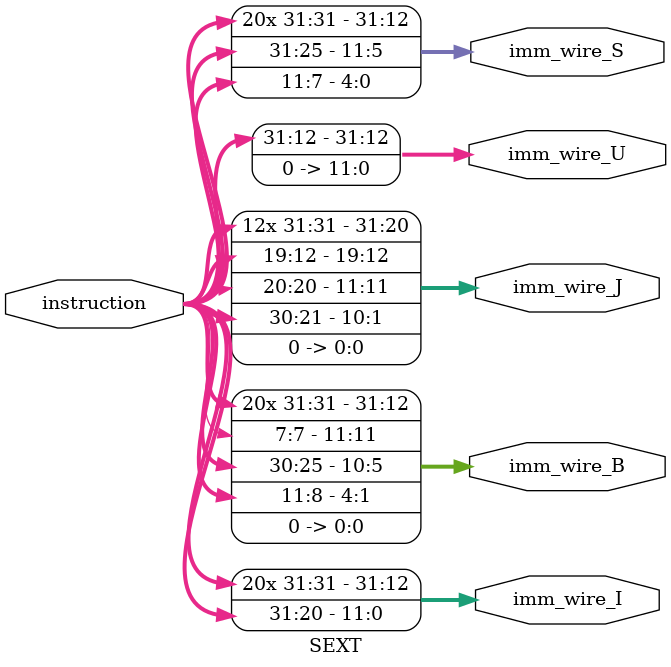
<source format=v>
`timescale 1ns / 1ps
module SEXT(
    input [31:0]instruction,
    output [31:0]imm_wire_I,
    output [31:0]imm_wire_B,
    output [31:0]imm_wire_J,
    output [31:0]imm_wire_U,
    output [31:0]imm_wire_S
    );
    assign imm_wire_I = {{(32-12){instruction[31]}},instruction[31:20]};
    assign imm_wire_B = {{(32-12){instruction[31]}},instruction[31],instruction[7],instruction[30:25],instruction[11:8],1'b0};
    assign imm_wire_U = {{instruction[31:12]},12'b0};
    assign imm_wire_S = {{(32-12){instruction[31]}},instruction[31:25],instruction[11:7]};
    assign imm_wire_J = {{(32-21){instruction[31]}},instruction[31],instruction[19:12],instruction[20],instruction[30:21],1'b0};
    
endmodule
</source>
